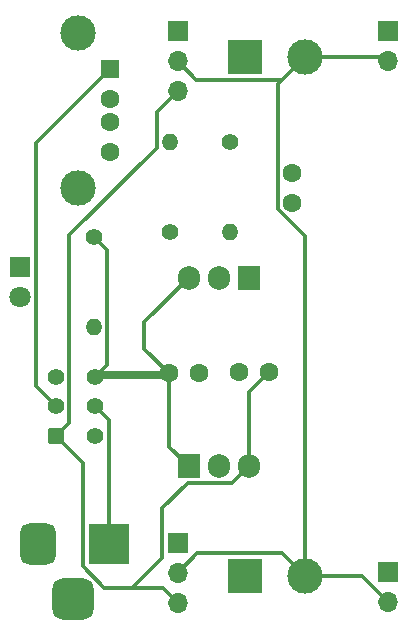
<source format=gbr>
%TF.GenerationSoftware,KiCad,Pcbnew,8.0.8*%
%TF.CreationDate,2025-01-22T21:37:18-04:00*%
%TF.ProjectId,Breadboard-3.3V-5V-power-supply,42726561-6462-46f6-9172-642d332e3356,1*%
%TF.SameCoordinates,Original*%
%TF.FileFunction,Copper,L1,Top*%
%TF.FilePolarity,Positive*%
%FSLAX46Y46*%
G04 Gerber Fmt 4.6, Leading zero omitted, Abs format (unit mm)*
G04 Created by KiCad (PCBNEW 8.0.8) date 2025-01-22 21:37:18*
%MOMM*%
%LPD*%
G01*
G04 APERTURE LIST*
G04 Aperture macros list*
%AMRoundRect*
0 Rectangle with rounded corners*
0 $1 Rounding radius*
0 $2 $3 $4 $5 $6 $7 $8 $9 X,Y pos of 4 corners*
0 Add a 4 corners polygon primitive as box body*
4,1,4,$2,$3,$4,$5,$6,$7,$8,$9,$2,$3,0*
0 Add four circle primitives for the rounded corners*
1,1,$1+$1,$2,$3*
1,1,$1+$1,$4,$5*
1,1,$1+$1,$6,$7*
1,1,$1+$1,$8,$9*
0 Add four rect primitives between the rounded corners*
20,1,$1+$1,$2,$3,$4,$5,0*
20,1,$1+$1,$4,$5,$6,$7,0*
20,1,$1+$1,$6,$7,$8,$9,0*
20,1,$1+$1,$8,$9,$2,$3,0*%
G04 Aperture macros list end*
%TA.AperFunction,ComponentPad*%
%ADD10R,1.800000X1.800000*%
%TD*%
%TA.AperFunction,ComponentPad*%
%ADD11C,1.800000*%
%TD*%
%TA.AperFunction,ComponentPad*%
%ADD12C,1.400000*%
%TD*%
%TA.AperFunction,ComponentPad*%
%ADD13O,1.400000X1.400000*%
%TD*%
%TA.AperFunction,ComponentPad*%
%ADD14R,1.700000X1.700000*%
%TD*%
%TA.AperFunction,ComponentPad*%
%ADD15O,1.700000X1.700000*%
%TD*%
%TA.AperFunction,ComponentPad*%
%ADD16R,1.500000X1.600000*%
%TD*%
%TA.AperFunction,ComponentPad*%
%ADD17C,1.600000*%
%TD*%
%TA.AperFunction,ComponentPad*%
%ADD18C,3.000000*%
%TD*%
%TA.AperFunction,ComponentPad*%
%ADD19R,1.905000X2.000000*%
%TD*%
%TA.AperFunction,ComponentPad*%
%ADD20O,1.905000X2.000000*%
%TD*%
%TA.AperFunction,ComponentPad*%
%ADD21RoundRect,0.250000X0.450000X-0.450000X0.450000X0.450000X-0.450000X0.450000X-0.450000X-0.450000X0*%
%TD*%
%TA.AperFunction,ComponentPad*%
%ADD22R,3.000000X3.000000*%
%TD*%
%TA.AperFunction,ComponentPad*%
%ADD23R,3.500000X3.500000*%
%TD*%
%TA.AperFunction,ComponentPad*%
%ADD24RoundRect,0.750000X-0.750000X-1.000000X0.750000X-1.000000X0.750000X1.000000X-0.750000X1.000000X0*%
%TD*%
%TA.AperFunction,ComponentPad*%
%ADD25RoundRect,0.875000X-0.875000X-0.875000X0.875000X-0.875000X0.875000X0.875000X-0.875000X0.875000X0*%
%TD*%
%TA.AperFunction,Conductor*%
%ADD26C,0.350000*%
%TD*%
G04 APERTURE END LIST*
D10*
%TO.P,D1,1,K*%
%TO.N,GND*%
X135310400Y-93570400D03*
D11*
%TO.P,D1,2,A*%
%TO.N,Net-(D1-A)*%
X135310400Y-96110400D03*
%TD*%
D12*
%TO.P,R2,1*%
%TO.N,/3.3V*%
X147985000Y-90654400D03*
D13*
%TO.P,R2,2*%
%TO.N,Net-(U1-ADJ)*%
X147985000Y-83034400D03*
%TD*%
D14*
%TO.P,J6,1,Pin_1*%
%TO.N,/3.3V*%
X148620000Y-116932600D03*
D15*
%TO.P,J6,2,Pin_2*%
%TO.N,/PWR_OUT*%
X148620000Y-119472600D03*
%TO.P,J6,3,Pin_3*%
%TO.N,/5V*%
X148620000Y-122012600D03*
%TD*%
D16*
%TO.P,J1,1,VBUS*%
%TO.N,/USB_IN*%
X142926400Y-76840200D03*
D17*
%TO.P,J1,2,D-*%
%TO.N,unconnected-(J1-D--Pad2)*%
X142926400Y-79340200D03*
%TO.P,J1,3,D+*%
%TO.N,unconnected-(J1-D+-Pad3)*%
X142926400Y-81340200D03*
%TO.P,J1,4,GND*%
%TO.N,GND*%
X142926400Y-83840200D03*
D18*
%TO.P,J1,5,Shield*%
%TO.N,unconnected-(J1-Shield-Pad5)_1*%
X140216400Y-73770200D03*
%TO.N,unconnected-(J1-Shield-Pad5)*%
X140216400Y-86910200D03*
%TD*%
D19*
%TO.P,U1,1,ADJ*%
%TO.N,Net-(U1-ADJ)*%
X154665200Y-94540600D03*
D20*
%TO.P,U1,2,VO*%
%TO.N,/3.3V*%
X152125200Y-94540600D03*
%TO.P,U1,3,VI*%
%TO.N,/12V*%
X149585200Y-94540600D03*
%TD*%
D19*
%TO.P,U2,1,VI*%
%TO.N,/12V*%
X149585200Y-110466400D03*
D20*
%TO.P,U2,2,GND*%
%TO.N,GND*%
X152125200Y-110466400D03*
%TO.P,U2,3,VO*%
%TO.N,/5V*%
X154665200Y-110466400D03*
%TD*%
D17*
%TO.P,C3,1*%
%TO.N,/3.3V*%
X158348200Y-85650600D03*
%TO.P,C3,2*%
%TO.N,GND*%
X158348200Y-88150600D03*
%TD*%
D12*
%TO.P,R1,1*%
%TO.N,/12V*%
X141545400Y-91035400D03*
D13*
%TO.P,R1,2*%
%TO.N,Net-(D1-A)*%
X141545400Y-98655400D03*
%TD*%
D21*
%TO.P,SW1,1,A*%
%TO.N,/5V*%
X138345400Y-107897200D03*
D12*
%TO.P,SW1,2,B*%
%TO.N,/USB_IN*%
X138345400Y-105397200D03*
%TO.P,SW1,3,C*%
%TO.N,unconnected-(SW1A-C-Pad3)*%
X138345400Y-102897200D03*
%TO.P,SW1,4,A*%
%TO.N,/12V*%
X141645400Y-102897200D03*
%TO.P,SW1,5,B*%
%TO.N,/PWR_IN*%
X141645400Y-105397200D03*
%TO.P,SW1,6,C*%
%TO.N,unconnected-(SW1B-C-Pad6)*%
X141645400Y-107897200D03*
%TD*%
D22*
%TO.P,J8,1,Pin_1*%
%TO.N,GND*%
X154335000Y-119782600D03*
D18*
%TO.P,J8,2,Pin_2*%
%TO.N,/PWR_OUT*%
X159415000Y-119782600D03*
%TD*%
D14*
%TO.P,J3,1,Pin_1*%
%TO.N,/3.3V*%
X148620000Y-73636400D03*
D15*
%TO.P,J3,2,Pin_2*%
%TO.N,/PWR_OUT*%
X148620000Y-76176400D03*
%TO.P,J3,3,Pin_3*%
%TO.N,/5V*%
X148620000Y-78716400D03*
%TD*%
D14*
%TO.P,J4,1,Pin_1*%
%TO.N,GND*%
X166400000Y-73636400D03*
D15*
%TO.P,J4,2,Pin_2*%
%TO.N,/PWR_OUT*%
X166400000Y-76176400D03*
%TD*%
D14*
%TO.P,J7,1,Pin_1*%
%TO.N,GND*%
X166400000Y-119432600D03*
D15*
%TO.P,J7,2,Pin_2*%
%TO.N,/PWR_OUT*%
X166400000Y-121972600D03*
%TD*%
D12*
%TO.P,R3,1*%
%TO.N,Net-(U1-ADJ)*%
X153065000Y-83034400D03*
D13*
%TO.P,R3,2*%
%TO.N,GND*%
X153065000Y-90654400D03*
%TD*%
D22*
%TO.P,J5,1,Pin_1*%
%TO.N,GND*%
X154335000Y-75836400D03*
D18*
%TO.P,J5,2,Pin_2*%
%TO.N,/PWR_OUT*%
X159415000Y-75836400D03*
%TD*%
D23*
%TO.P,J2,1*%
%TO.N,/PWR_IN*%
X142800600Y-117032600D03*
D24*
%TO.P,J2,2*%
%TO.N,GND*%
X136800600Y-117032600D03*
D25*
%TO.P,J2,3*%
X139800600Y-121732600D03*
%TD*%
D17*
%TO.P,C1,1*%
%TO.N,/12V*%
X147923400Y-102617800D03*
%TO.P,C1,2*%
%TO.N,GND*%
X150423400Y-102617800D03*
%TD*%
%TO.P,C2,1*%
%TO.N,/5V*%
X156323400Y-102516200D03*
%TO.P,C2,2*%
%TO.N,GND*%
X153823400Y-102516200D03*
%TD*%
D26*
%TO.N,/12V*%
X145821400Y-100515800D02*
X147923400Y-102617800D01*
X147923400Y-102617800D02*
X147644000Y-102897200D01*
X141924800Y-102617800D02*
X141645400Y-102897200D01*
X147923400Y-108804600D02*
X149585200Y-110466400D01*
X147923400Y-102617800D02*
X141924800Y-102617800D01*
X142670400Y-92160400D02*
X141545400Y-91035400D01*
X145821400Y-98304400D02*
X145821400Y-100515800D01*
X141645400Y-102897200D02*
X142670400Y-101872200D01*
X147923400Y-102617800D02*
X147923400Y-108804600D01*
X147644000Y-102897200D02*
X141645400Y-102897200D01*
X149585200Y-94540600D02*
X145821400Y-98304400D01*
X142670400Y-101872200D02*
X142670400Y-92160400D01*
%TO.N,/5V*%
X138345400Y-107897200D02*
X139470400Y-106772200D01*
X154665200Y-104174400D02*
X156323400Y-102516200D01*
X139470400Y-106772200D02*
X139470400Y-90933000D01*
X154665200Y-110466400D02*
X154665200Y-104174400D01*
X146860000Y-80476400D02*
X148620000Y-78716400D01*
X142411376Y-120747600D02*
X143535400Y-120747600D01*
X138345400Y-107897200D02*
X140625600Y-110177400D01*
X143535400Y-120747600D02*
X144805000Y-120747600D01*
X146860000Y-83543400D02*
X146860000Y-80476400D01*
X147345000Y-118207600D02*
X147345000Y-114046400D01*
X147355000Y-120747600D02*
X143535400Y-120747600D01*
X139470400Y-90933000D02*
X146860000Y-83543400D01*
X153240200Y-111891400D02*
X154665200Y-110466400D01*
X149500000Y-111891400D02*
X153240200Y-111891400D01*
X140625600Y-110177400D02*
X140625600Y-118961824D01*
X147345000Y-114046400D02*
X149500000Y-111891400D01*
X144805000Y-120747600D02*
X147345000Y-118207600D01*
X148620000Y-122012600D02*
X147355000Y-120747600D01*
X140625600Y-118961824D02*
X142411376Y-120747600D01*
%TO.N,/PWR_IN*%
X142800600Y-117032600D02*
X142800600Y-106552400D01*
X142800600Y-106552400D02*
X141645400Y-105397200D01*
%TO.N,/PWR_OUT*%
X157123200Y-88658012D02*
X157123200Y-78128200D01*
X159415000Y-75836400D02*
X166060000Y-75836400D01*
X157490000Y-117857600D02*
X159415000Y-119782600D01*
X159415000Y-119782600D02*
X159415000Y-90949812D01*
X157490000Y-77761400D02*
X159415000Y-75836400D01*
X164210000Y-119782600D02*
X166400000Y-121972600D01*
X166060000Y-75836400D02*
X166400000Y-76176400D01*
X159415000Y-119782600D02*
X164210000Y-119782600D01*
X148620000Y-119472600D02*
X150235000Y-117857600D01*
X148620000Y-76176400D02*
X150205000Y-77761400D01*
X159415000Y-90949812D02*
X157123200Y-88658012D01*
X150205000Y-77761400D02*
X157490000Y-77761400D01*
X150235000Y-117857600D02*
X157490000Y-117857600D01*
X157123200Y-78128200D02*
X159415000Y-75836400D01*
%TO.N,/USB_IN*%
X136635400Y-83131200D02*
X136635400Y-103687200D01*
X136635400Y-103687200D02*
X138345400Y-105397200D01*
X142926400Y-76840200D02*
X136635400Y-83131200D01*
%TD*%
M02*

</source>
